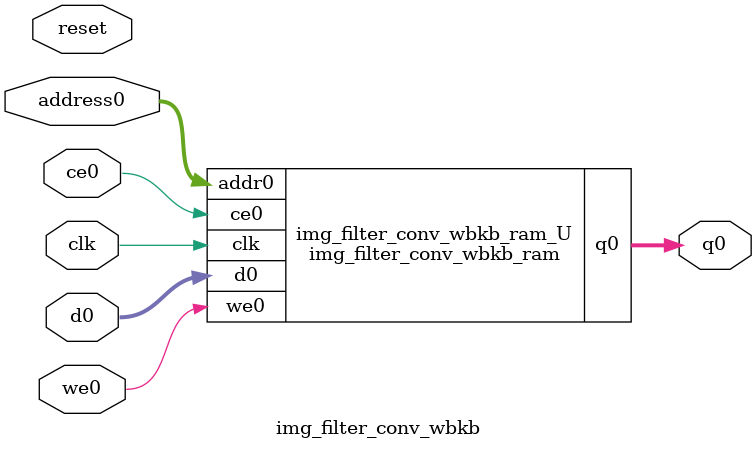
<source format=v>
`timescale 1 ns / 1 ps
module img_filter_conv_wbkb_ram (addr0, ce0, d0, we0, q0,  clk);

parameter DWIDTH = 8;
parameter AWIDTH = 4;
parameter MEM_SIZE = 9;

input[AWIDTH-1:0] addr0;
input ce0;
input[DWIDTH-1:0] d0;
input we0;
output reg[DWIDTH-1:0] q0;
input clk;

(* ram_style = "distributed" *)reg [DWIDTH-1:0] ram[0:MEM_SIZE-1];




always @(posedge clk)  
begin 
    if (ce0) 
    begin
        if (we0) 
        begin 
            ram[addr0] <= d0; 
        end 
        q0 <= ram[addr0];
    end
end


endmodule

`timescale 1 ns / 1 ps
module img_filter_conv_wbkb(
    reset,
    clk,
    address0,
    ce0,
    we0,
    d0,
    q0);

parameter DataWidth = 32'd8;
parameter AddressRange = 32'd9;
parameter AddressWidth = 32'd4;
input reset;
input clk;
input[AddressWidth - 1:0] address0;
input ce0;
input we0;
input[DataWidth - 1:0] d0;
output[DataWidth - 1:0] q0;



img_filter_conv_wbkb_ram img_filter_conv_wbkb_ram_U(
    .clk( clk ),
    .addr0( address0 ),
    .ce0( ce0 ),
    .we0( we0 ),
    .d0( d0 ),
    .q0( q0 ));

endmodule


</source>
